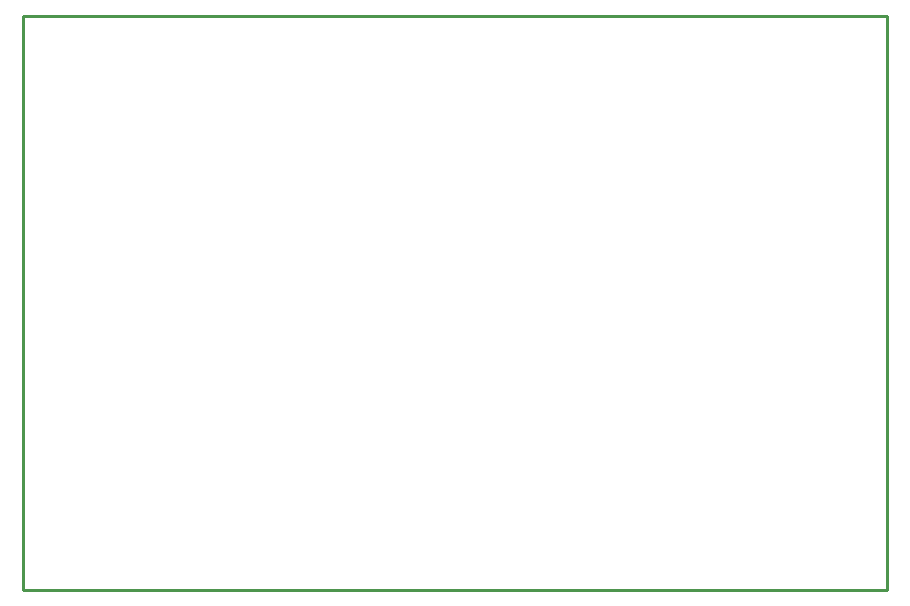
<source format=gko>
%FSLAX25Y25*%
%MOIN*%
G70*
G01*
G75*
G04 Layer_Color=16711935*
%ADD10R,0.06693X0.04331*%
%ADD11R,0.05906X0.03937*%
%ADD12R,0.03937X0.09449*%
%ADD13R,0.03937X0.05906*%
%ADD14R,0.02756X0.03543*%
%ADD15R,0.03543X0.02756*%
%ADD16R,0.02362X0.07087*%
%ADD17R,0.17716X0.18898*%
%ADD18R,0.05512X0.13386*%
%ADD19R,0.09646X0.08465*%
%ADD20R,0.06102X0.09646*%
%ADD21R,0.05512X0.11811*%
%ADD22C,0.03500*%
%ADD23C,0.05000*%
%ADD24C,0.10000*%
%ADD25C,0.06000*%
%ADD26C,0.01000*%
%ADD27C,0.03000*%
%ADD28C,0.01500*%
%ADD29C,0.02500*%
%ADD30C,0.15000*%
%ADD31O,0.07874X0.11811*%
%ADD32C,0.05906*%
%ADD33R,0.05906X0.05906*%
%ADD34C,0.14900*%
%ADD35C,0.09843*%
%ADD36O,0.11811X0.07874*%
%ADD37C,0.05000*%
%ADD38C,0.00984*%
%ADD39C,0.00787*%
%ADD40C,0.00800*%
%ADD41C,0.00600*%
%ADD42R,0.07493X0.05131*%
%ADD43R,0.06706X0.04737*%
%ADD44R,0.04737X0.10249*%
%ADD45R,0.04737X0.06706*%
%ADD46R,0.03556X0.04343*%
%ADD47R,0.04343X0.03556*%
%ADD48R,0.03162X0.07887*%
%ADD49R,0.18517X0.19698*%
%ADD50R,0.06312X0.14186*%
%ADD51R,0.10446X0.09265*%
%ADD52R,0.06902X0.10446*%
%ADD53R,0.06312X0.12611*%
%ADD54C,0.15800*%
%ADD55O,0.08674X0.12611*%
%ADD56C,0.06706*%
%ADD57R,0.06706X0.06706*%
%ADD58C,0.15700*%
%ADD59C,0.10642*%
%ADD60O,0.12611X0.08674*%
%ADD61C,0.05800*%
%ADD62C,0.00394*%
%ADD63R,0.02420X0.15512*%
%ADD64R,0.11496X0.02436*%
%ADD65C,0.00197*%
D26*
X289000Y1000D02*
Y192500D01*
X1000D02*
X289000D01*
X1000Y1000D02*
Y192500D01*
Y1000D02*
X289000D01*
M02*

</source>
